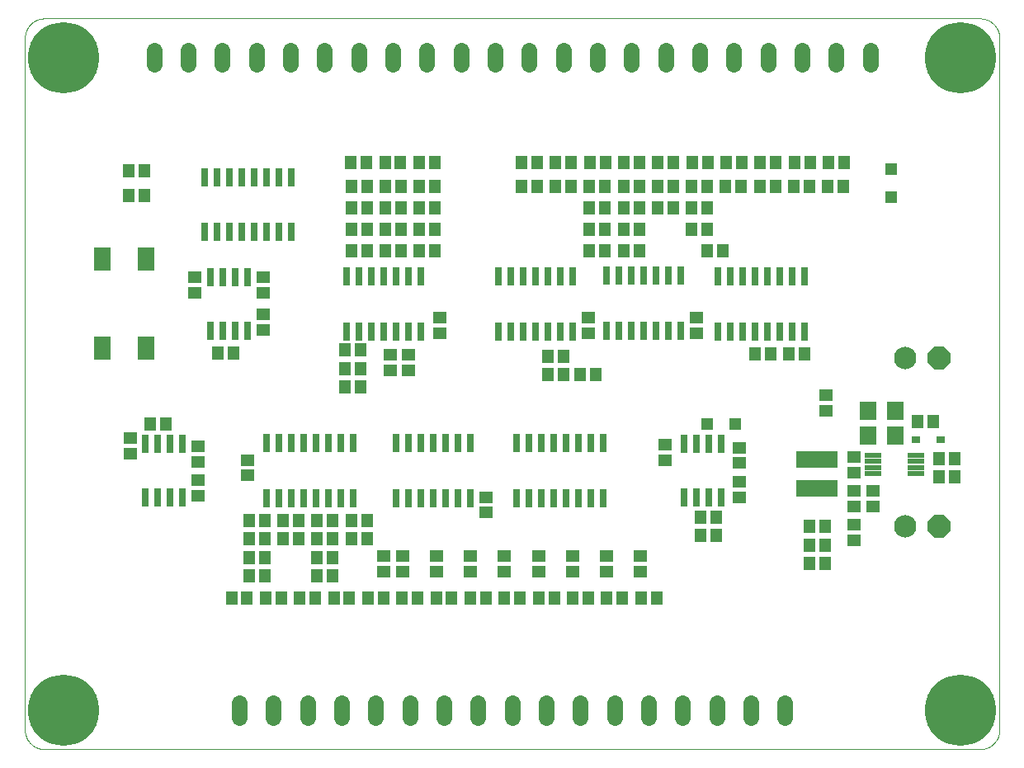
<source format=gts>
G75*
%MOIN*%
%OFA0B0*%
%FSLAX25Y25*%
%IPPOS*%
%LPD*%
%AMOC8*
5,1,8,0,0,1.08239X$1,22.5*
%
%ADD10C,0.00400*%
%ADD11R,0.03156X0.07290*%
%ADD12R,0.04731X0.05518*%
%ADD13R,0.06896X0.02172*%
%ADD14R,0.16935X0.06699*%
%ADD15R,0.05518X0.04731*%
%ADD16R,0.06699X0.07487*%
%ADD17R,0.04731X0.04731*%
%ADD18C,0.09061*%
%ADD19OC8,0.09061*%
%ADD20R,0.03550X0.02762*%
%ADD21R,0.06699X0.09455*%
%ADD22C,0.06306*%
%ADD23C,0.28746*%
D10*
X0001394Y0009268D02*
X0001394Y0288795D01*
X0001396Y0288985D01*
X0001403Y0289175D01*
X0001415Y0289365D01*
X0001431Y0289555D01*
X0001451Y0289744D01*
X0001477Y0289933D01*
X0001506Y0290121D01*
X0001541Y0290308D01*
X0001580Y0290494D01*
X0001623Y0290679D01*
X0001671Y0290864D01*
X0001723Y0291047D01*
X0001779Y0291228D01*
X0001840Y0291408D01*
X0001906Y0291587D01*
X0001975Y0291764D01*
X0002049Y0291940D01*
X0002127Y0292113D01*
X0002210Y0292285D01*
X0002296Y0292454D01*
X0002386Y0292622D01*
X0002481Y0292787D01*
X0002579Y0292950D01*
X0002682Y0293110D01*
X0002788Y0293268D01*
X0002898Y0293423D01*
X0003011Y0293576D01*
X0003129Y0293726D01*
X0003250Y0293872D01*
X0003374Y0294016D01*
X0003502Y0294157D01*
X0003633Y0294295D01*
X0003768Y0294430D01*
X0003906Y0294561D01*
X0004047Y0294689D01*
X0004191Y0294813D01*
X0004337Y0294934D01*
X0004487Y0295052D01*
X0004640Y0295165D01*
X0004795Y0295275D01*
X0004953Y0295381D01*
X0005113Y0295484D01*
X0005276Y0295582D01*
X0005441Y0295677D01*
X0005609Y0295767D01*
X0005778Y0295853D01*
X0005950Y0295936D01*
X0006123Y0296014D01*
X0006299Y0296088D01*
X0006476Y0296157D01*
X0006655Y0296223D01*
X0006835Y0296284D01*
X0007016Y0296340D01*
X0007199Y0296392D01*
X0007384Y0296440D01*
X0007569Y0296483D01*
X0007755Y0296522D01*
X0007942Y0296557D01*
X0008130Y0296586D01*
X0008319Y0296612D01*
X0008508Y0296632D01*
X0008698Y0296648D01*
X0008888Y0296660D01*
X0009078Y0296667D01*
X0009268Y0296669D01*
X0387220Y0296669D01*
X0387410Y0296667D01*
X0387600Y0296660D01*
X0387790Y0296648D01*
X0387980Y0296632D01*
X0388169Y0296612D01*
X0388358Y0296586D01*
X0388546Y0296557D01*
X0388733Y0296522D01*
X0388919Y0296483D01*
X0389104Y0296440D01*
X0389289Y0296392D01*
X0389472Y0296340D01*
X0389653Y0296284D01*
X0389833Y0296223D01*
X0390012Y0296157D01*
X0390189Y0296088D01*
X0390365Y0296014D01*
X0390538Y0295936D01*
X0390710Y0295853D01*
X0390879Y0295767D01*
X0391047Y0295677D01*
X0391212Y0295582D01*
X0391375Y0295484D01*
X0391535Y0295381D01*
X0391693Y0295275D01*
X0391848Y0295165D01*
X0392001Y0295052D01*
X0392151Y0294934D01*
X0392297Y0294813D01*
X0392441Y0294689D01*
X0392582Y0294561D01*
X0392720Y0294430D01*
X0392855Y0294295D01*
X0392986Y0294157D01*
X0393114Y0294016D01*
X0393238Y0293872D01*
X0393359Y0293726D01*
X0393477Y0293576D01*
X0393590Y0293423D01*
X0393700Y0293268D01*
X0393806Y0293110D01*
X0393909Y0292950D01*
X0394007Y0292787D01*
X0394102Y0292622D01*
X0394192Y0292454D01*
X0394278Y0292285D01*
X0394361Y0292113D01*
X0394439Y0291940D01*
X0394513Y0291764D01*
X0394582Y0291587D01*
X0394648Y0291408D01*
X0394709Y0291228D01*
X0394765Y0291047D01*
X0394817Y0290864D01*
X0394865Y0290679D01*
X0394908Y0290494D01*
X0394947Y0290308D01*
X0394982Y0290121D01*
X0395011Y0289933D01*
X0395037Y0289744D01*
X0395057Y0289555D01*
X0395073Y0289365D01*
X0395085Y0289175D01*
X0395092Y0288985D01*
X0395094Y0288795D01*
X0395094Y0009268D01*
X0395092Y0009078D01*
X0395085Y0008888D01*
X0395073Y0008698D01*
X0395057Y0008508D01*
X0395037Y0008319D01*
X0395011Y0008130D01*
X0394982Y0007942D01*
X0394947Y0007755D01*
X0394908Y0007569D01*
X0394865Y0007384D01*
X0394817Y0007199D01*
X0394765Y0007016D01*
X0394709Y0006835D01*
X0394648Y0006655D01*
X0394582Y0006476D01*
X0394513Y0006299D01*
X0394439Y0006123D01*
X0394361Y0005950D01*
X0394278Y0005778D01*
X0394192Y0005609D01*
X0394102Y0005441D01*
X0394007Y0005276D01*
X0393909Y0005113D01*
X0393806Y0004953D01*
X0393700Y0004795D01*
X0393590Y0004640D01*
X0393477Y0004487D01*
X0393359Y0004337D01*
X0393238Y0004191D01*
X0393114Y0004047D01*
X0392986Y0003906D01*
X0392855Y0003768D01*
X0392720Y0003633D01*
X0392582Y0003502D01*
X0392441Y0003374D01*
X0392297Y0003250D01*
X0392151Y0003129D01*
X0392001Y0003011D01*
X0391848Y0002898D01*
X0391693Y0002788D01*
X0391535Y0002682D01*
X0391375Y0002579D01*
X0391212Y0002481D01*
X0391047Y0002386D01*
X0390879Y0002296D01*
X0390710Y0002210D01*
X0390538Y0002127D01*
X0390365Y0002049D01*
X0390189Y0001975D01*
X0390012Y0001906D01*
X0389833Y0001840D01*
X0389653Y0001779D01*
X0389472Y0001723D01*
X0389289Y0001671D01*
X0389104Y0001623D01*
X0388919Y0001580D01*
X0388733Y0001541D01*
X0388546Y0001506D01*
X0388358Y0001477D01*
X0388169Y0001451D01*
X0387980Y0001431D01*
X0387790Y0001415D01*
X0387600Y0001403D01*
X0387410Y0001396D01*
X0387220Y0001394D01*
X0009268Y0001394D01*
X0009078Y0001396D01*
X0008888Y0001403D01*
X0008698Y0001415D01*
X0008508Y0001431D01*
X0008319Y0001451D01*
X0008130Y0001477D01*
X0007942Y0001506D01*
X0007755Y0001541D01*
X0007569Y0001580D01*
X0007384Y0001623D01*
X0007199Y0001671D01*
X0007016Y0001723D01*
X0006835Y0001779D01*
X0006655Y0001840D01*
X0006476Y0001906D01*
X0006299Y0001975D01*
X0006123Y0002049D01*
X0005950Y0002127D01*
X0005778Y0002210D01*
X0005609Y0002296D01*
X0005441Y0002386D01*
X0005276Y0002481D01*
X0005113Y0002579D01*
X0004953Y0002682D01*
X0004795Y0002788D01*
X0004640Y0002898D01*
X0004487Y0003011D01*
X0004337Y0003129D01*
X0004191Y0003250D01*
X0004047Y0003374D01*
X0003906Y0003502D01*
X0003768Y0003633D01*
X0003633Y0003768D01*
X0003502Y0003906D01*
X0003374Y0004047D01*
X0003250Y0004191D01*
X0003129Y0004337D01*
X0003011Y0004487D01*
X0002898Y0004640D01*
X0002788Y0004795D01*
X0002682Y0004953D01*
X0002579Y0005113D01*
X0002481Y0005276D01*
X0002386Y0005441D01*
X0002296Y0005609D01*
X0002210Y0005778D01*
X0002127Y0005950D01*
X0002049Y0006123D01*
X0001975Y0006299D01*
X0001906Y0006476D01*
X0001840Y0006655D01*
X0001779Y0006835D01*
X0001723Y0007016D01*
X0001671Y0007199D01*
X0001623Y0007384D01*
X0001580Y0007569D01*
X0001541Y0007755D01*
X0001506Y0007942D01*
X0001477Y0008130D01*
X0001451Y0008319D01*
X0001431Y0008508D01*
X0001415Y0008698D01*
X0001403Y0008888D01*
X0001396Y0009078D01*
X0001394Y0009268D01*
D11*
X0050144Y0103067D03*
X0055144Y0103067D03*
X0060144Y0103067D03*
X0065144Y0103067D03*
X0065144Y0124720D03*
X0060144Y0124720D03*
X0055144Y0124720D03*
X0050144Y0124720D03*
X0098894Y0125016D03*
X0103894Y0125016D03*
X0108894Y0125016D03*
X0113894Y0125016D03*
X0118894Y0125016D03*
X0123894Y0125016D03*
X0128894Y0125016D03*
X0133894Y0125016D03*
X0151394Y0125016D03*
X0156394Y0125016D03*
X0161394Y0125016D03*
X0166394Y0125016D03*
X0171394Y0125016D03*
X0176394Y0125016D03*
X0181394Y0125016D03*
X0200144Y0125016D03*
X0205144Y0125016D03*
X0210144Y0125016D03*
X0215144Y0125016D03*
X0220144Y0125016D03*
X0225144Y0125016D03*
X0230144Y0125016D03*
X0235144Y0125016D03*
X0235144Y0102772D03*
X0230144Y0102772D03*
X0225144Y0102772D03*
X0220144Y0102772D03*
X0215144Y0102772D03*
X0210144Y0102772D03*
X0205144Y0102772D03*
X0200144Y0102772D03*
X0181394Y0102772D03*
X0176394Y0102772D03*
X0171394Y0102772D03*
X0166394Y0102772D03*
X0161394Y0102772D03*
X0156394Y0102772D03*
X0151394Y0102772D03*
X0133894Y0102772D03*
X0128894Y0102772D03*
X0123894Y0102772D03*
X0118894Y0102772D03*
X0113894Y0102772D03*
X0108894Y0102772D03*
X0103894Y0102772D03*
X0098894Y0102772D03*
X0091394Y0170567D03*
X0086394Y0170567D03*
X0081394Y0170567D03*
X0076394Y0170567D03*
X0076394Y0192220D03*
X0081394Y0192220D03*
X0086394Y0192220D03*
X0091394Y0192220D03*
X0093884Y0210360D03*
X0088884Y0210360D03*
X0083884Y0210360D03*
X0078884Y0210360D03*
X0073884Y0210360D03*
X0073884Y0232604D03*
X0078884Y0232604D03*
X0083884Y0232604D03*
X0088884Y0232604D03*
X0093884Y0232604D03*
X0098884Y0232604D03*
X0103884Y0232604D03*
X0108884Y0232604D03*
X0108884Y0210360D03*
X0103884Y0210360D03*
X0098884Y0210360D03*
X0131394Y0192516D03*
X0136394Y0192516D03*
X0141394Y0192516D03*
X0146394Y0192516D03*
X0151394Y0192516D03*
X0156394Y0192516D03*
X0161394Y0192516D03*
X0161394Y0170272D03*
X0156394Y0170272D03*
X0151394Y0170272D03*
X0146394Y0170272D03*
X0141394Y0170272D03*
X0136394Y0170272D03*
X0131394Y0170272D03*
X0192644Y0170272D03*
X0197644Y0170272D03*
X0202644Y0170272D03*
X0207644Y0170272D03*
X0212644Y0170272D03*
X0217644Y0170272D03*
X0222644Y0170272D03*
X0236394Y0170439D03*
X0241394Y0170439D03*
X0246394Y0170439D03*
X0251394Y0170439D03*
X0256394Y0170439D03*
X0261394Y0170439D03*
X0266394Y0170439D03*
X0281394Y0170272D03*
X0286394Y0170272D03*
X0291394Y0170272D03*
X0296394Y0170272D03*
X0301394Y0170272D03*
X0306394Y0170272D03*
X0311394Y0170272D03*
X0316394Y0170272D03*
X0316394Y0192516D03*
X0311394Y0192516D03*
X0306394Y0192516D03*
X0301394Y0192516D03*
X0296394Y0192516D03*
X0291394Y0192516D03*
X0286394Y0192516D03*
X0281394Y0192516D03*
X0266394Y0192683D03*
X0261394Y0192683D03*
X0256394Y0192683D03*
X0251394Y0192683D03*
X0246394Y0192683D03*
X0241394Y0192683D03*
X0236394Y0192683D03*
X0222644Y0192516D03*
X0217644Y0192516D03*
X0212644Y0192516D03*
X0207644Y0192516D03*
X0202644Y0192516D03*
X0197644Y0192516D03*
X0192644Y0192516D03*
X0267644Y0124720D03*
X0272644Y0124720D03*
X0277644Y0124720D03*
X0282644Y0124720D03*
X0282644Y0103067D03*
X0277644Y0103067D03*
X0272644Y0103067D03*
X0267644Y0103067D03*
D12*
X0274494Y0095144D03*
X0280793Y0095144D03*
X0280793Y0087644D03*
X0274494Y0087644D03*
X0256512Y0062417D03*
X0250213Y0062417D03*
X0242732Y0062417D03*
X0236433Y0062417D03*
X0228953Y0062417D03*
X0222654Y0062417D03*
X0215173Y0062417D03*
X0208874Y0062417D03*
X0201394Y0062417D03*
X0195094Y0062417D03*
X0187614Y0062417D03*
X0181315Y0062417D03*
X0173835Y0062417D03*
X0167535Y0062417D03*
X0160055Y0062417D03*
X0153756Y0062417D03*
X0146276Y0062417D03*
X0139976Y0062417D03*
X0132496Y0062417D03*
X0126197Y0062417D03*
X0118717Y0062417D03*
X0112417Y0062417D03*
X0104937Y0062417D03*
X0098638Y0062417D03*
X0091157Y0062417D03*
X0084858Y0062417D03*
X0091994Y0071394D03*
X0098293Y0071394D03*
X0098293Y0078894D03*
X0091994Y0078894D03*
X0091994Y0086394D03*
X0098293Y0086394D03*
X0105744Y0086394D03*
X0112043Y0086394D03*
X0119494Y0086394D03*
X0125793Y0086394D03*
X0133244Y0086394D03*
X0139543Y0086394D03*
X0139543Y0093894D03*
X0133244Y0093894D03*
X0125793Y0093894D03*
X0119494Y0093894D03*
X0112043Y0093894D03*
X0105744Y0093894D03*
X0098293Y0093894D03*
X0091994Y0093894D03*
X0119494Y0078894D03*
X0125793Y0078894D03*
X0125793Y0071394D03*
X0119494Y0071394D03*
X0058293Y0132644D03*
X0051994Y0132644D03*
X0079494Y0161394D03*
X0085793Y0161394D03*
X0130744Y0162644D03*
X0137043Y0162644D03*
X0137043Y0155144D03*
X0130744Y0155144D03*
X0130744Y0147644D03*
X0137043Y0147644D03*
X0139543Y0202644D03*
X0133244Y0202644D03*
X0133244Y0211394D03*
X0139543Y0211394D03*
X0146994Y0211394D03*
X0153293Y0211394D03*
X0160744Y0211394D03*
X0167043Y0211394D03*
X0167043Y0220144D03*
X0160744Y0220144D03*
X0153293Y0220144D03*
X0146994Y0220144D03*
X0139543Y0220144D03*
X0133244Y0220144D03*
X0133244Y0228894D03*
X0139543Y0228894D03*
X0146994Y0228894D03*
X0153293Y0228894D03*
X0160744Y0228894D03*
X0167043Y0228894D03*
X0166945Y0238598D03*
X0160646Y0238598D03*
X0153165Y0238598D03*
X0146866Y0238598D03*
X0139386Y0238598D03*
X0133087Y0238598D03*
X0146994Y0202644D03*
X0153293Y0202644D03*
X0160744Y0202644D03*
X0167043Y0202644D03*
X0201994Y0228894D03*
X0208293Y0228894D03*
X0215744Y0228894D03*
X0222043Y0228894D03*
X0229494Y0228894D03*
X0235793Y0228894D03*
X0243244Y0228894D03*
X0249543Y0228894D03*
X0256994Y0228894D03*
X0263293Y0228894D03*
X0270744Y0228894D03*
X0277043Y0228894D03*
X0284494Y0228894D03*
X0290793Y0228894D03*
X0298244Y0228894D03*
X0304543Y0228894D03*
X0311994Y0228894D03*
X0318293Y0228894D03*
X0325744Y0228894D03*
X0332043Y0228894D03*
X0332299Y0238598D03*
X0326000Y0238598D03*
X0318520Y0238598D03*
X0312220Y0238598D03*
X0304740Y0238598D03*
X0298441Y0238598D03*
X0290961Y0238598D03*
X0284661Y0238598D03*
X0277181Y0238598D03*
X0270882Y0238598D03*
X0263402Y0238598D03*
X0257102Y0238598D03*
X0249622Y0238598D03*
X0243323Y0238598D03*
X0235843Y0238598D03*
X0229543Y0238598D03*
X0222063Y0238598D03*
X0215764Y0238598D03*
X0208283Y0238598D03*
X0201984Y0238598D03*
X0229494Y0220144D03*
X0235793Y0220144D03*
X0243244Y0220144D03*
X0249543Y0220144D03*
X0256994Y0220144D03*
X0263293Y0220144D03*
X0270744Y0220144D03*
X0277043Y0220144D03*
X0277043Y0211394D03*
X0270744Y0211394D03*
X0276994Y0202644D03*
X0283293Y0202644D03*
X0249543Y0202644D03*
X0243244Y0202644D03*
X0235793Y0202644D03*
X0229494Y0202644D03*
X0229494Y0211394D03*
X0235793Y0211394D03*
X0243244Y0211394D03*
X0249543Y0211394D03*
X0218918Y0160144D03*
X0212619Y0160144D03*
X0212619Y0152644D03*
X0218918Y0152644D03*
X0225744Y0152644D03*
X0232043Y0152644D03*
X0296369Y0161226D03*
X0302668Y0161226D03*
X0310119Y0161226D03*
X0316418Y0161226D03*
X0361994Y0133894D03*
X0368293Y0133894D03*
X0370744Y0118894D03*
X0377043Y0118894D03*
X0377043Y0111394D03*
X0370744Y0111394D03*
X0324543Y0091394D03*
X0318244Y0091394D03*
X0318244Y0083894D03*
X0324543Y0083894D03*
X0324543Y0076394D03*
X0318244Y0076394D03*
X0049543Y0225144D03*
X0043244Y0225144D03*
X0043244Y0235144D03*
X0049543Y0235144D03*
D13*
X0343982Y0120144D03*
X0343982Y0117644D03*
X0343982Y0115144D03*
X0343982Y0112644D03*
X0361305Y0112644D03*
X0361305Y0115144D03*
X0361305Y0117644D03*
X0361305Y0120144D03*
D14*
X0321394Y0118549D03*
X0321394Y0106738D03*
D15*
X0336394Y0105793D03*
X0336394Y0099494D03*
X0336394Y0092043D03*
X0336394Y0085744D03*
X0343894Y0099494D03*
X0343894Y0105793D03*
X0336394Y0113244D03*
X0336394Y0119543D03*
X0325144Y0138244D03*
X0325144Y0144543D03*
X0290144Y0123293D03*
X0290144Y0116994D03*
X0290144Y0109543D03*
X0290144Y0103244D03*
X0260144Y0118244D03*
X0260144Y0124543D03*
X0250144Y0079543D03*
X0250144Y0073244D03*
X0236394Y0073244D03*
X0236394Y0079543D03*
X0222644Y0079543D03*
X0222644Y0073244D03*
X0208894Y0073244D03*
X0208894Y0079543D03*
X0195144Y0079543D03*
X0195144Y0073244D03*
X0181394Y0073244D03*
X0181394Y0079543D03*
X0167644Y0079543D03*
X0167644Y0073244D03*
X0153894Y0073244D03*
X0153894Y0079543D03*
X0146394Y0079543D03*
X0146394Y0073244D03*
X0187644Y0096994D03*
X0187644Y0103293D03*
X0156394Y0154494D03*
X0156394Y0160793D03*
X0148894Y0160793D03*
X0148894Y0154494D03*
X0168894Y0169494D03*
X0168894Y0175793D03*
X0228894Y0175793D03*
X0228894Y0169494D03*
X0272644Y0169494D03*
X0272644Y0175793D03*
X0097644Y0177043D03*
X0097644Y0170744D03*
X0097644Y0185744D03*
X0097644Y0192043D03*
X0070144Y0192043D03*
X0070144Y0185744D03*
X0043894Y0127043D03*
X0043894Y0120744D03*
X0071394Y0117619D03*
X0071394Y0123918D03*
X0071394Y0110168D03*
X0071394Y0103869D03*
X0091394Y0111994D03*
X0091394Y0118293D03*
D16*
X0342132Y0128269D03*
X0353156Y0128269D03*
X0353156Y0138269D03*
X0342132Y0138269D03*
D17*
X0288352Y0132644D03*
X0276935Y0132644D03*
X0351394Y0224435D03*
X0351394Y0235852D03*
D18*
X0357004Y0159519D03*
X0357004Y0091394D03*
D19*
X0370783Y0091394D03*
X0370783Y0159519D03*
D20*
X0371315Y0126394D03*
X0361472Y0126394D03*
D21*
X0050252Y0163480D03*
X0032535Y0163480D03*
X0032535Y0199307D03*
X0050252Y0199307D03*
D22*
X0053559Y0277969D02*
X0053559Y0283874D01*
X0067339Y0283874D02*
X0067339Y0277969D01*
X0081118Y0277969D02*
X0081118Y0283874D01*
X0094898Y0283874D02*
X0094898Y0277969D01*
X0108677Y0277969D02*
X0108677Y0283874D01*
X0122457Y0283874D02*
X0122457Y0277969D01*
X0136236Y0277969D02*
X0136236Y0283874D01*
X0150016Y0283874D02*
X0150016Y0277969D01*
X0163795Y0277969D02*
X0163795Y0283874D01*
X0177575Y0283874D02*
X0177575Y0277969D01*
X0191354Y0277969D02*
X0191354Y0283874D01*
X0205134Y0283874D02*
X0205134Y0277969D01*
X0218913Y0277969D02*
X0218913Y0283874D01*
X0232693Y0283874D02*
X0232693Y0277969D01*
X0246472Y0277969D02*
X0246472Y0283874D01*
X0260252Y0283874D02*
X0260252Y0277969D01*
X0274031Y0277969D02*
X0274031Y0283874D01*
X0287811Y0283874D02*
X0287811Y0277969D01*
X0301591Y0277969D02*
X0301591Y0283874D01*
X0315370Y0283874D02*
X0315370Y0277969D01*
X0329150Y0277969D02*
X0329150Y0283874D01*
X0342929Y0283874D02*
X0342929Y0277969D01*
X0308480Y0020094D02*
X0308480Y0014189D01*
X0294701Y0014189D02*
X0294701Y0020094D01*
X0280921Y0020094D02*
X0280921Y0014189D01*
X0267142Y0014189D02*
X0267142Y0020094D01*
X0253362Y0020094D02*
X0253362Y0014189D01*
X0239583Y0014189D02*
X0239583Y0020094D01*
X0225803Y0020094D02*
X0225803Y0014189D01*
X0212024Y0014189D02*
X0212024Y0020094D01*
X0198244Y0020094D02*
X0198244Y0014189D01*
X0184465Y0014189D02*
X0184465Y0020094D01*
X0170685Y0020094D02*
X0170685Y0014189D01*
X0156906Y0014189D02*
X0156906Y0020094D01*
X0143126Y0020094D02*
X0143126Y0014189D01*
X0129346Y0014189D02*
X0129346Y0020094D01*
X0115567Y0020094D02*
X0115567Y0014189D01*
X0101787Y0014189D02*
X0101787Y0020094D01*
X0088008Y0020094D02*
X0088008Y0014189D01*
D23*
X0017142Y0017142D03*
X0017142Y0280921D03*
X0379346Y0280921D03*
X0379346Y0017142D03*
M02*

</source>
